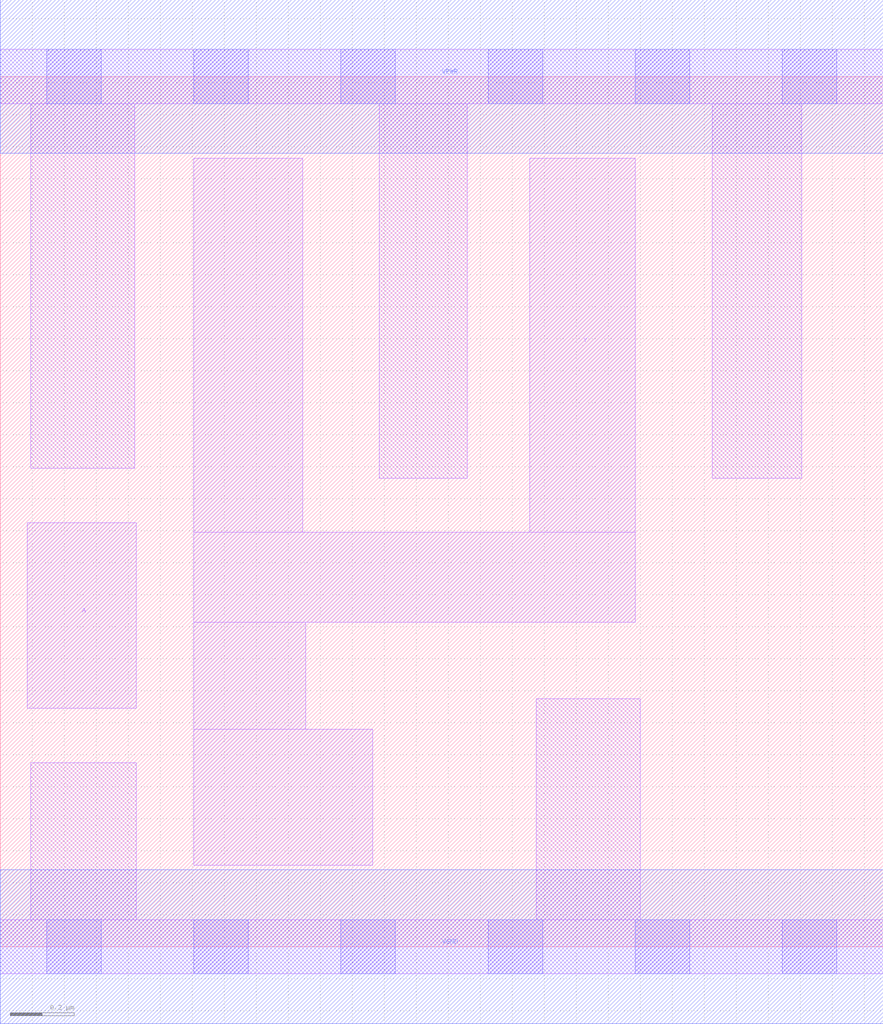
<source format=lef>
# Copyright 2020 The SkyWater PDK Authors
#
# Licensed under the Apache License, Version 2.0 (the "License");
# you may not use this file except in compliance with the License.
# You may obtain a copy of the License at
#
#     https://www.apache.org/licenses/LICENSE-2.0
#
# Unless required by applicable law or agreed to in writing, software
# distributed under the License is distributed on an "AS IS" BASIS,
# WITHOUT WARRANTIES OR CONDITIONS OF ANY KIND, either express or implied.
# See the License for the specific language governing permissions and
# limitations under the License.
#
# SPDX-License-Identifier: Apache-2.0

VERSION 5.7 ;
BUSBITCHARS "[]" ;
DIVIDERCHAR "/" ;
PROPERTYDEFINITIONS
  MACRO maskLayoutSubType STRING ;
  MACRO prCellType STRING ;
  MACRO originalViewName STRING ;
END PROPERTYDEFINITIONS
MACRO sky130_fd_sc_hdll__clkinvlp_4
  ORIGIN  0.000000  0.000000 ;
  CLASS CORE ;
  SYMMETRY X Y R90 ;
  SIZE  2.760000 BY  2.720000 ;
  SITE unithd ;
  PIN A
    ANTENNAGATEAREA  1.330000 ;
    DIRECTION INPUT ;
    USE SIGNAL ;
    PORT
      LAYER li1 ;
        RECT 0.085000 0.745000 0.425000 1.325000 ;
    END
  END A
  PIN Y
    ANTENNADIFFAREA  0.694000 ;
    DIRECTION OUTPUT ;
    USE SIGNAL ;
    PORT
      LAYER li1 ;
        RECT 0.605000 0.255000 1.165000 0.680000 ;
        RECT 0.605000 0.680000 0.955000 1.015000 ;
        RECT 0.605000 1.015000 1.985000 1.295000 ;
        RECT 0.605000 1.295000 0.945000 2.465000 ;
        RECT 1.655000 1.295000 1.985000 2.465000 ;
    END
  END Y
  PIN VGND
    DIRECTION INOUT ;
    USE GROUND ;
    PORT
      LAYER met1 ;
        RECT 0.000000 -0.240000 2.760000 0.240000 ;
    END
  END VGND
  PIN VPWR
    DIRECTION INOUT ;
    USE POWER ;
    PORT
      LAYER met1 ;
        RECT 0.000000 2.480000 2.760000 2.960000 ;
    END
  END VPWR
  OBS
    LAYER li1 ;
      RECT 0.000000 -0.085000 2.760000 0.085000 ;
      RECT 0.000000  2.635000 2.760000 2.805000 ;
      RECT 0.095000  0.085000 0.425000 0.575000 ;
      RECT 0.095000  1.495000 0.420000 2.635000 ;
      RECT 1.185000  1.465000 1.460000 2.635000 ;
      RECT 1.675000  0.085000 2.000000 0.775000 ;
      RECT 2.225000  1.465000 2.505000 2.635000 ;
    LAYER mcon ;
      RECT 0.145000 -0.085000 0.315000 0.085000 ;
      RECT 0.145000  2.635000 0.315000 2.805000 ;
      RECT 0.605000 -0.085000 0.775000 0.085000 ;
      RECT 0.605000 -0.085000 0.775000 0.085000 ;
      RECT 0.605000  2.635000 0.775000 2.805000 ;
      RECT 0.605000  2.635000 0.775000 2.805000 ;
      RECT 1.065000 -0.085000 1.235000 0.085000 ;
      RECT 1.065000 -0.085000 1.235000 0.085000 ;
      RECT 1.065000  2.635000 1.235000 2.805000 ;
      RECT 1.065000  2.635000 1.235000 2.805000 ;
      RECT 1.525000 -0.085000 1.695000 0.085000 ;
      RECT 1.525000 -0.085000 1.695000 0.085000 ;
      RECT 1.525000  2.635000 1.695000 2.805000 ;
      RECT 1.525000  2.635000 1.695000 2.805000 ;
      RECT 1.985000 -0.085000 2.155000 0.085000 ;
      RECT 1.985000 -0.085000 2.155000 0.085000 ;
      RECT 1.985000  2.635000 2.155000 2.805000 ;
      RECT 1.985000  2.635000 2.155000 2.805000 ;
      RECT 2.445000 -0.085000 2.615000 0.085000 ;
      RECT 2.445000 -0.085000 2.615000 0.085000 ;
      RECT 2.445000  2.635000 2.615000 2.805000 ;
      RECT 2.445000  2.635000 2.615000 2.805000 ;
  END
  PROPERTY maskLayoutSubType "abstract" ;
  PROPERTY prCellType "standard" ;
  PROPERTY originalViewName "layout" ;
END sky130_fd_sc_hdll__clkinvlp_4

</source>
